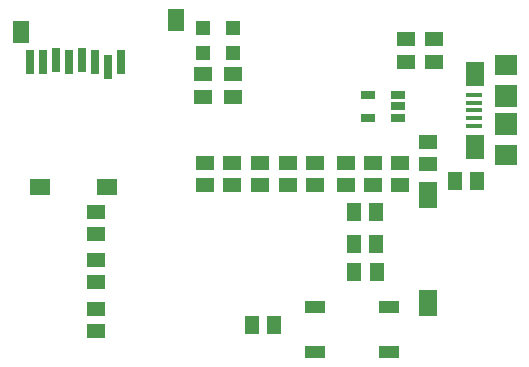
<source format=gbp>
G04 EAGLE Gerber RS-274X export*
G75*
%MOMM*%
%FSLAX34Y34*%
%LPD*%
%INSolderpaste Bottom*%
%IPPOS*%
%AMOC8*
5,1,8,0,0,1.08239X$1,22.5*%
G01*
%ADD10R,0.800000X2.000000*%
%ADD11R,1.800000X1.400000*%
%ADD12R,1.400000X1.900000*%
%ADD13R,1.250000X0.650000*%
%ADD14R,1.500000X1.300000*%
%ADD15R,1.300000X1.500000*%
%ADD16R,1.200000X1.200000*%
%ADD17R,1.600000X2.180000*%
%ADD18R,1.350000X0.400000*%
%ADD19R,1.600000X2.100000*%
%ADD20R,1.900000X1.800000*%
%ADD21R,1.900000X1.900000*%
%ADD22R,1.700000X1.000000*%


D10*
X108300Y362450D03*
X97300Y358450D03*
X86300Y362450D03*
X75300Y364450D03*
X64300Y362450D03*
X53300Y364450D03*
X42300Y362450D03*
X31300Y362450D03*
D11*
X39400Y256950D03*
X96400Y256950D03*
D12*
X23400Y388450D03*
X154900Y398450D03*
D13*
X342700Y334520D03*
X342700Y325120D03*
X342700Y315720D03*
X317700Y315720D03*
X317700Y334520D03*
D14*
X203200Y352400D03*
X203200Y333400D03*
X367785Y295072D03*
X367785Y276072D03*
X344170Y277470D03*
X344170Y258470D03*
X321310Y258470D03*
X321310Y277470D03*
X201985Y277362D03*
X201985Y258362D03*
X87376Y176047D03*
X87376Y195047D03*
X87376Y236068D03*
X87376Y217068D03*
X87376Y134899D03*
X87376Y153899D03*
X298503Y277470D03*
X298503Y258470D03*
D15*
X390550Y261747D03*
X409550Y261747D03*
X305460Y235839D03*
X324460Y235839D03*
D14*
X249174Y258343D03*
X249174Y277343D03*
X179070Y258470D03*
X179070Y277470D03*
X349197Y382041D03*
X349197Y363041D03*
X272288Y258343D03*
X272288Y277343D03*
X373327Y382041D03*
X373327Y363041D03*
D15*
X219100Y139700D03*
X238100Y139700D03*
X305587Y185166D03*
X324587Y185166D03*
D14*
X225897Y277362D03*
X225897Y258362D03*
D16*
X203200Y370500D03*
X203200Y391500D03*
X177800Y370500D03*
X177800Y391500D03*
D17*
X368300Y250470D03*
X368300Y158470D03*
D14*
X177800Y352400D03*
X177800Y333400D03*
D15*
X324460Y208407D03*
X305460Y208407D03*
D18*
X407035Y321818D03*
X407035Y328318D03*
X407035Y315318D03*
X407035Y334818D03*
X407035Y308818D03*
D19*
X408285Y352818D03*
X408285Y290818D03*
D20*
X433785Y359818D03*
X433785Y283818D03*
D21*
X433785Y333818D03*
X433785Y309818D03*
D22*
X272030Y116890D03*
X335030Y116890D03*
X272030Y154890D03*
X335030Y154890D03*
M02*

</source>
